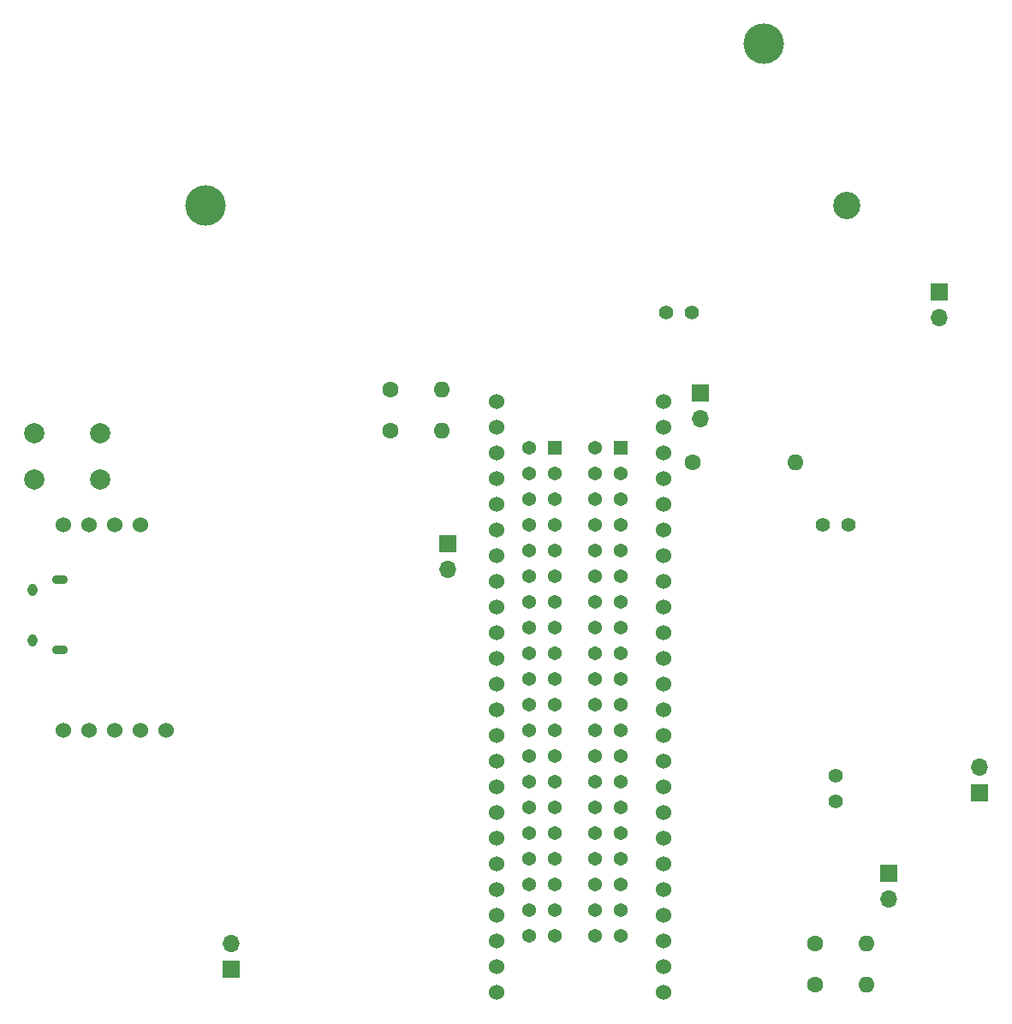
<source format=gbr>
%TF.GenerationSoftware,KiCad,Pcbnew,(7.0.0)*%
%TF.CreationDate,2023-04-14T03:48:35+02:00*%
%TF.ProjectId,overall scematic,6f766572-616c-46c2-9073-63656d617469,rev?*%
%TF.SameCoordinates,Original*%
%TF.FileFunction,Soldermask,Bot*%
%TF.FilePolarity,Negative*%
%FSLAX46Y46*%
G04 Gerber Fmt 4.6, Leading zero omitted, Abs format (unit mm)*
G04 Created by KiCad (PCBNEW (7.0.0)) date 2023-04-14 03:48:35*
%MOMM*%
%LPD*%
G01*
G04 APERTURE LIST*
%ADD10R,1.700000X1.700000*%
%ADD11O,1.700000X1.700000*%
%ADD12C,4.000000*%
%ADD13C,2.700000*%
%ADD14R,1.370000X1.370000*%
%ADD15C,1.370000*%
%ADD16C,1.524000*%
%ADD17C,2.000000*%
%ADD18O,0.950000X1.250000*%
%ADD19O,1.550000X0.890000*%
%ADD20O,1.600000X1.600000*%
%ADD21C,1.600000*%
%ADD22C,1.400000*%
G04 APERTURE END LIST*
D10*
%TO.C,J4*%
X182999999Y-116539999D03*
D11*
X182999999Y-113999999D03*
%TD*%
D10*
%TO.C,J2*%
X155369999Y-76949999D03*
D11*
X155369999Y-79489999D03*
%TD*%
D12*
%TO.C,BT1*%
X106400000Y-58475000D03*
X161600000Y-42475000D03*
D13*
X169820000Y-58475000D03*
%TD*%
D14*
%TO.C,J13*%
X147499999Y-82379999D03*
D15*
X144960000Y-82380000D03*
X147500000Y-84920000D03*
X144960000Y-84920000D03*
X147500000Y-87460000D03*
X144960000Y-87460000D03*
X147500000Y-90000000D03*
X144960000Y-90000000D03*
X147500000Y-92540000D03*
X144960000Y-92540000D03*
X147500000Y-95080000D03*
X144960000Y-95080000D03*
X147500000Y-97620000D03*
X144960000Y-97620000D03*
X147500000Y-100160000D03*
X144960000Y-100160000D03*
X147500000Y-102700000D03*
X144960000Y-102700000D03*
X147500000Y-105240000D03*
X144960000Y-105240000D03*
X147500000Y-107780000D03*
X144960000Y-107780000D03*
X147500000Y-110320000D03*
X144960000Y-110320000D03*
X147500000Y-112860000D03*
X144960000Y-112860000D03*
X147500000Y-115400000D03*
X144960000Y-115400000D03*
X147500000Y-117940000D03*
X144960000Y-117940000D03*
X147500000Y-120480000D03*
X144960000Y-120480000D03*
X147500000Y-123020000D03*
X144960000Y-123020000D03*
X147500000Y-125560000D03*
X144960000Y-125560000D03*
X147500000Y-128100000D03*
X144960000Y-128100000D03*
X147500000Y-130640000D03*
X144960000Y-130640000D03*
%TD*%
D14*
%TO.C,J12*%
X140999999Y-82379999D03*
D15*
X138460000Y-82380000D03*
X141000000Y-84920000D03*
X138460000Y-84920000D03*
X141000000Y-87460000D03*
X138460000Y-87460000D03*
X141000000Y-90000000D03*
X138460000Y-90000000D03*
X141000000Y-92540000D03*
X138460000Y-92540000D03*
X141000000Y-95080000D03*
X138460000Y-95080000D03*
X141000000Y-97620000D03*
X138460000Y-97620000D03*
X141000000Y-100160000D03*
X138460000Y-100160000D03*
X141000000Y-102700000D03*
X138460000Y-102700000D03*
X141000000Y-105240000D03*
X138460000Y-105240000D03*
X141000000Y-107780000D03*
X138460000Y-107780000D03*
X141000000Y-110320000D03*
X138460000Y-110320000D03*
X141000000Y-112860000D03*
X138460000Y-112860000D03*
X141000000Y-115400000D03*
X138460000Y-115400000D03*
X141000000Y-117940000D03*
X138460000Y-117940000D03*
X141000000Y-120480000D03*
X138460000Y-120480000D03*
X141000000Y-123020000D03*
X138460000Y-123020000D03*
X141000000Y-125560000D03*
X138460000Y-125560000D03*
X141000000Y-128100000D03*
X138460000Y-128100000D03*
X141000000Y-130640000D03*
X138460000Y-130640000D03*
%TD*%
D16*
%TO.C,U3*%
X102540000Y-110320000D03*
X100000000Y-110320000D03*
X97460000Y-110320000D03*
X94920000Y-110320000D03*
X92380000Y-110320000D03*
X100000000Y-90000000D03*
X97460000Y-90000000D03*
X94920000Y-90000000D03*
X92380000Y-90000000D03*
%TD*%
%TO.C,J9*%
X151725000Y-136205000D03*
X151725000Y-133665000D03*
X151725000Y-131125000D03*
X151725000Y-128585000D03*
X151725000Y-126045000D03*
X151725000Y-123505000D03*
X151725000Y-120965000D03*
X151725000Y-118425000D03*
X151725000Y-115885000D03*
X151725000Y-113345000D03*
X151725000Y-110805000D03*
X151725000Y-108265000D03*
X151725000Y-105725000D03*
X151725000Y-103185000D03*
X151725000Y-100645000D03*
X151725000Y-98105000D03*
X151725000Y-95565000D03*
X151725000Y-93025000D03*
X151725000Y-90485000D03*
X151725000Y-87945000D03*
X151725000Y-85405000D03*
X151725000Y-82865000D03*
X151725000Y-80325000D03*
X151725000Y-77785000D03*
X135215000Y-77785000D03*
X135215000Y-80325000D03*
X135215000Y-82865000D03*
X135215000Y-85405000D03*
X135215000Y-87945000D03*
X135215000Y-90485000D03*
X135215000Y-93025000D03*
X135215000Y-95565000D03*
X135215000Y-98105000D03*
X135215000Y-100645000D03*
X135215000Y-103185000D03*
X135215000Y-105725000D03*
X135215000Y-108265000D03*
X135215000Y-110805000D03*
X135215000Y-113345000D03*
X135215000Y-115885000D03*
X135215000Y-118425000D03*
X135215000Y-120965000D03*
X135215000Y-123505000D03*
X135215000Y-126045000D03*
X135215000Y-128585000D03*
X135215000Y-131125000D03*
X135215000Y-133665000D03*
X135215000Y-136205000D03*
%TD*%
D17*
%TO.C,SW1*%
X96000000Y-81000000D03*
X89500000Y-81000000D03*
X96000000Y-85500000D03*
X89500000Y-85500000D03*
%TD*%
D10*
%TO.C,J19*%
X108999999Y-133999999D03*
D11*
X108999999Y-131459999D03*
%TD*%
D10*
%TO.C,J5*%
X173999999Y-124459999D03*
D11*
X173999999Y-126999999D03*
%TD*%
%TO.C,J6*%
X130397499Y-94449999D03*
D10*
X130397499Y-91909999D03*
%TD*%
D11*
%TO.C,J7*%
X178999999Y-69539999D03*
D10*
X178999999Y-66999999D03*
%TD*%
D18*
%TO.C,J1*%
X89299999Y-96414999D03*
D19*
X91999999Y-95414999D03*
D18*
X89299999Y-101414999D03*
D19*
X91999999Y-102414999D03*
%TD*%
D20*
%TO.C,R1*%
X164779999Y-83849999D03*
D21*
X154620000Y-83850000D03*
%TD*%
%TO.C,R5*%
X124747000Y-76625000D03*
D20*
X129826999Y-76624999D03*
%TD*%
D21*
%TO.C,R6*%
X124747000Y-80675000D03*
D20*
X129826999Y-80674999D03*
%TD*%
D21*
%TO.C,R3*%
X166685000Y-131460000D03*
D20*
X171764999Y-131459999D03*
%TD*%
D21*
%TO.C,R4*%
X166685000Y-135510000D03*
D20*
X171764999Y-135509999D03*
%TD*%
D22*
%TO.C,TP1*%
X154540000Y-69000000D03*
X152000000Y-69000000D03*
%TD*%
%TO.C,TP2*%
X167460000Y-90000000D03*
X170000000Y-90000000D03*
%TD*%
%TO.C,TP3*%
X168712000Y-114825000D03*
X168712000Y-117365000D03*
%TD*%
M02*

</source>
